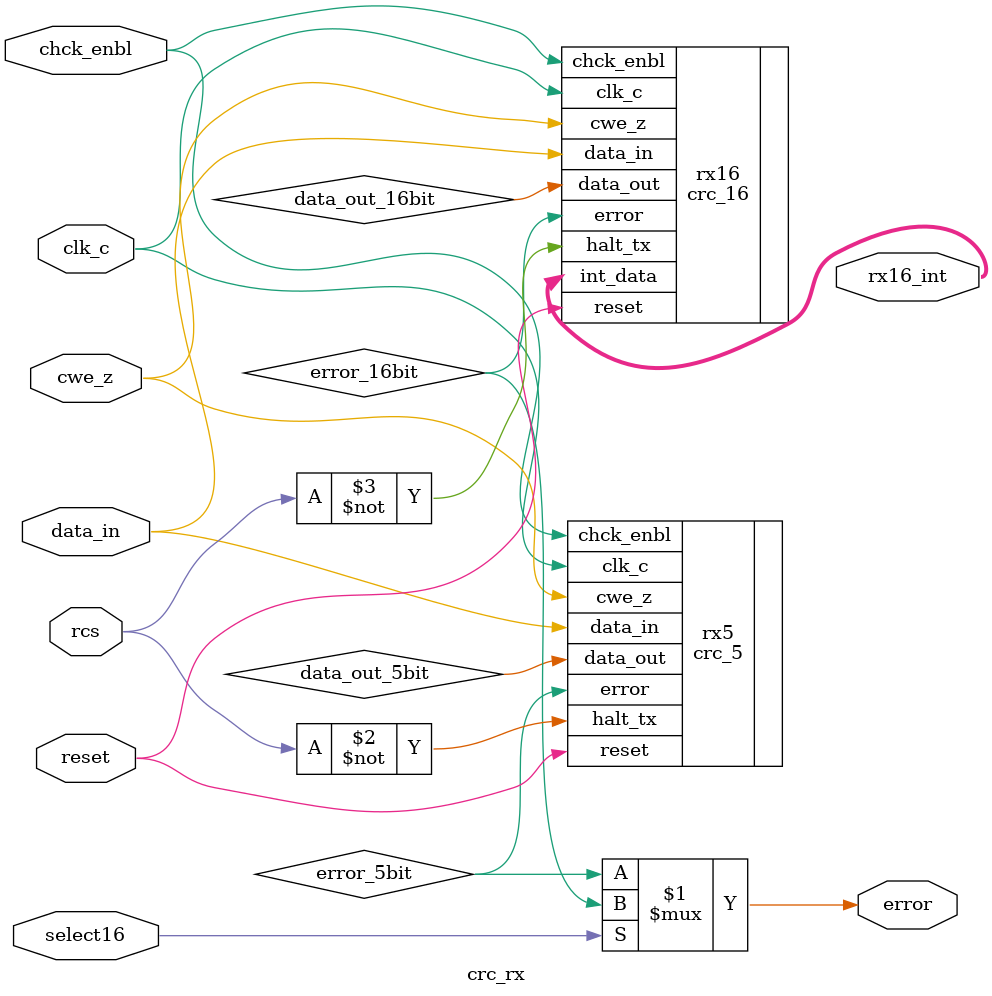
<source format=v>
`timescale 1ns / 10ps

//
// **********************************************************************
 
module  crc_rx(clk_c,reset,rcs,cwe_z,chck_enbl,data_in,select16,
		error, rx16_int);

input   clk_c;                  // clock
input   reset;                  // active high reset
input   rcs;                	// active data chipselect (inv of halt tx)
input   cwe_z;                  // enable check data
input   chck_enbl;              // enable error check
input   data_in;                // 1 bit of data input
input	select16;		// high when crc16 is selected
				// low when crc5 selected
output  error;                  // high when error detected.
output	[15:0] rx16_int;


wire	error_5bit;
wire	error_16bit;

wire    [15:0] rx16_int;

assign	error	=	(select16) ? error_16bit : error_5bit;

// **************************************
// *** INSTANTIATION OF SUB MODULES   ***
// **************************************
crc_5 rx5(
        .clk_c(clk_c),
        .reset(reset),
        .halt_tx(~rcs),
        .cwe_z(cwe_z),
        .chck_enbl(chck_enbl),
        .data_in(data_in),
        .data_out(data_out_5bit),
        .error(error_5bit));

crc_16 rx16(
        .clk_c(clk_c),
        .reset(reset),
        .halt_tx(~rcs),
        .cwe_z(cwe_z),
        .chck_enbl(chck_enbl),
        .data_in(data_in),
        .data_out(data_out_16bit),
	.int_data(rx16_int),
        .error(error_16bit));

endmodule


</source>
